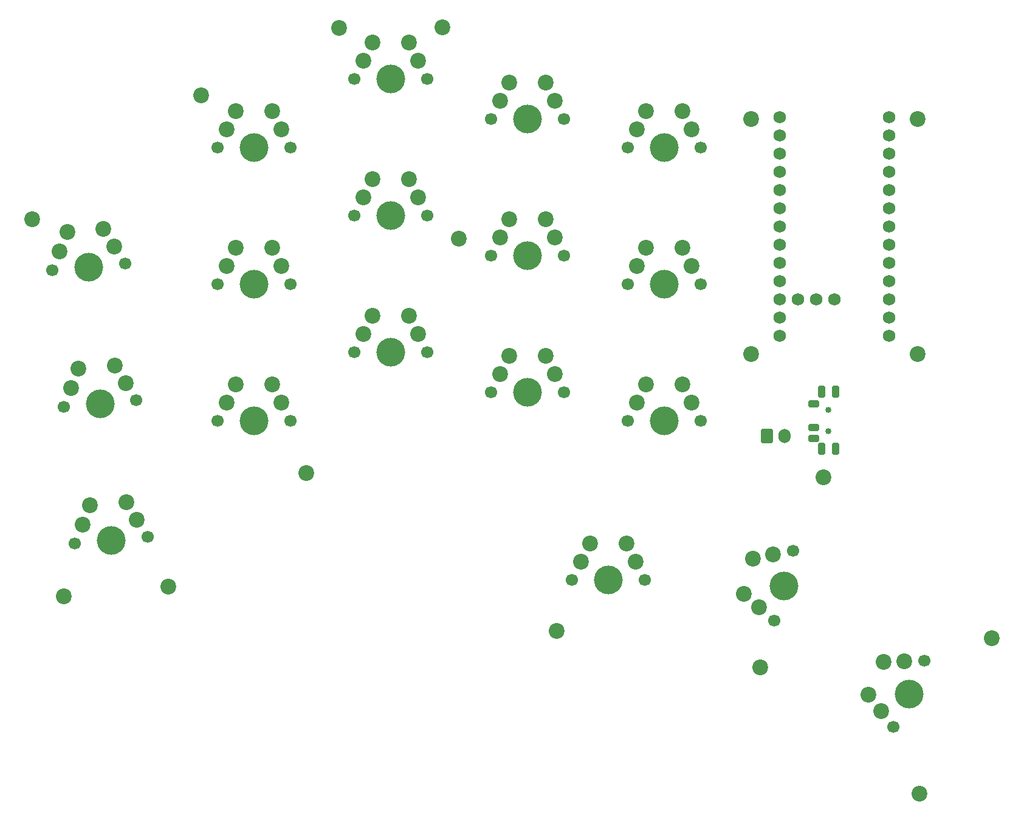
<source format=gbr>
%TF.GenerationSoftware,KiCad,Pcbnew,(6.0.4)*%
%TF.CreationDate,2022-05-25T19:26:06+02:00*%
%TF.ProjectId,Diom-35SP_PCB-rounded,44696f6d-2d33-4355-9350-5f5043422d72,rev?*%
%TF.SameCoordinates,Original*%
%TF.FileFunction,Soldermask,Bot*%
%TF.FilePolarity,Negative*%
%FSLAX46Y46*%
G04 Gerber Fmt 4.6, Leading zero omitted, Abs format (unit mm)*
G04 Created by KiCad (PCBNEW (6.0.4)) date 2022-05-25 19:26:06*
%MOMM*%
%LPD*%
G01*
G04 APERTURE LIST*
G04 Aperture macros list*
%AMRoundRect*
0 Rectangle with rounded corners*
0 $1 Rounding radius*
0 $2 $3 $4 $5 $6 $7 $8 $9 X,Y pos of 4 corners*
0 Add a 4 corners polygon primitive as box body*
4,1,4,$2,$3,$4,$5,$6,$7,$8,$9,$2,$3,0*
0 Add four circle primitives for the rounded corners*
1,1,$1+$1,$2,$3*
1,1,$1+$1,$4,$5*
1,1,$1+$1,$6,$7*
1,1,$1+$1,$8,$9*
0 Add four rect primitives between the rounded corners*
20,1,$1+$1,$2,$3,$4,$5,0*
20,1,$1+$1,$4,$5,$6,$7,0*
20,1,$1+$1,$6,$7,$8,$9,0*
20,1,$1+$1,$8,$9,$2,$3,0*%
G04 Aperture macros list end*
%ADD10C,1.700000*%
%ADD11C,4.000000*%
%ADD12C,2.200000*%
%ADD13RoundRect,0.250000X-0.600000X-0.750000X0.600000X-0.750000X0.600000X0.750000X-0.600000X0.750000X0*%
%ADD14O,1.700000X2.000000*%
%ADD15C,1.752600*%
%ADD16C,0.850000*%
%ADD17RoundRect,0.250000X-0.500000X0.250000X-0.500000X-0.250000X0.500000X-0.250000X0.500000X0.250000X0*%
%ADD18RoundRect,0.250000X-0.250000X0.600000X-0.250000X-0.600000X0.250000X-0.600000X0.250000X0.600000X0*%
G04 APERTURE END LIST*
D10*
%TO.C,MX2*%
X101282500Y-50800000D03*
D11*
X106362500Y-50800000D03*
D10*
X111442500Y-50800000D03*
D12*
X108902500Y-45720000D03*
X103822500Y-45720000D03*
X102552500Y-48260000D03*
X110172500Y-48260000D03*
%TD*%
D10*
%TO.C,MX16*%
X160813750Y-111125000D03*
X150653750Y-111125000D03*
D11*
X155733750Y-111125000D03*
D12*
X158273750Y-106045000D03*
X153193750Y-106045000D03*
X151923750Y-108585000D03*
X159543750Y-108585000D03*
%TD*%
D10*
%TO.C,MX7*%
X101282500Y-69850000D03*
D11*
X106362500Y-69850000D03*
D10*
X111442500Y-69850000D03*
D12*
X108902500Y-64770000D03*
X103822500Y-64770000D03*
X110172500Y-67310000D03*
X102552500Y-67310000D03*
%TD*%
%TO.C,H8*%
X175641000Y-79629000D03*
%TD*%
D10*
%TO.C,MX14*%
X149542500Y-84931250D03*
D11*
X144462500Y-84931250D03*
D10*
X139382500Y-84931250D03*
D12*
X147002500Y-79851250D03*
X141922500Y-79851250D03*
X148272500Y-82391250D03*
X140652500Y-82391250D03*
%TD*%
D10*
%TO.C,MX1*%
X78283081Y-67911501D03*
D11*
X83343750Y-67468750D03*
D10*
X88404419Y-67025999D03*
D12*
X80370664Y-62629457D03*
X85431333Y-62186705D03*
X79326873Y-65270479D03*
X86917876Y-64606352D03*
%TD*%
D13*
%TO.C,J1*%
X177820000Y-91051500D03*
D14*
X180320000Y-91051500D03*
%TD*%
D12*
%TO.C,H12*%
X176911000Y-123317000D03*
%TD*%
%TO.C,H13*%
X134937500Y-63500000D03*
%TD*%
%TO.C,H11*%
X185737500Y-96837500D03*
%TD*%
D11*
%TO.C,MX6*%
X84931250Y-86518750D03*
D10*
X89991919Y-86075999D03*
X79870581Y-86961501D03*
D12*
X81958164Y-81679457D03*
X87018833Y-81236705D03*
X80914373Y-84320479D03*
X88505376Y-83656352D03*
%TD*%
%TO.C,H2*%
X79900000Y-113400000D03*
%TD*%
%TO.C,H6*%
X113700000Y-96200000D03*
%TD*%
D10*
%TO.C,MX5*%
X168592500Y-50800000D03*
X158432500Y-50800000D03*
D11*
X163512500Y-50800000D03*
D12*
X160972500Y-45720000D03*
X166052500Y-45720000D03*
X159702500Y-48260000D03*
X167322500Y-48260000D03*
%TD*%
%TO.C,H9*%
X198882000Y-46863000D03*
%TD*%
D10*
%TO.C,MX9*%
X149542500Y-65881250D03*
D11*
X144462500Y-65881250D03*
D10*
X139382500Y-65881250D03*
D12*
X141922500Y-60801250D03*
X147002500Y-60801250D03*
X148272500Y-63341250D03*
X140652500Y-63341250D03*
%TD*%
D10*
%TO.C,MX17*%
X181496051Y-107011847D03*
X178866449Y-116825653D03*
D11*
X180181250Y-111918750D03*
X180181250Y-111918750D03*
D12*
X175931747Y-108150498D03*
X174616946Y-113057401D03*
X178713899Y-107581172D03*
X176741698Y-114941527D03*
%TD*%
D11*
%TO.C,MX3*%
X125412500Y-41275000D03*
D10*
X130492500Y-41275000D03*
X120332500Y-41275000D03*
D12*
X122872500Y-36195000D03*
X127952500Y-36195000D03*
X121602500Y-38735000D03*
X129222500Y-38735000D03*
%TD*%
%TO.C,H7*%
X175641000Y-46863000D03*
%TD*%
D10*
%TO.C,MX13*%
X130492500Y-79375000D03*
D11*
X125412500Y-79375000D03*
D10*
X120332500Y-79375000D03*
D12*
X122872500Y-74295000D03*
X127952500Y-74295000D03*
X129222500Y-76835000D03*
X121602500Y-76835000D03*
%TD*%
%TO.C,H1*%
X75500000Y-60800000D03*
%TD*%
%TO.C,H4*%
X199100000Y-140900000D03*
%TD*%
D15*
%TO.C,U1*%
X179627831Y-49135500D03*
X179627831Y-51675500D03*
X179627831Y-54215500D03*
X179627831Y-56755500D03*
X179627831Y-59295500D03*
X179627831Y-61835500D03*
X179627831Y-64375500D03*
X179627831Y-66915500D03*
X179627831Y-69455500D03*
X179627831Y-71995500D03*
X179627831Y-74535500D03*
X179627831Y-77075500D03*
X194867831Y-77075500D03*
X194867831Y-74535500D03*
X194867831Y-71995500D03*
X194867831Y-69455500D03*
X194867831Y-66915500D03*
X194867831Y-64375500D03*
X194867831Y-61835500D03*
X194867831Y-59295500D03*
X194867831Y-56755500D03*
X194867831Y-54215500D03*
X194867831Y-51675500D03*
X194867831Y-49135500D03*
X179627831Y-46595500D03*
X182167831Y-71995500D03*
X184707831Y-71995500D03*
X187247831Y-71995500D03*
X194867831Y-46595500D03*
%TD*%
D12*
%TO.C,H18*%
X99060000Y-43561000D03*
%TD*%
D10*
%TO.C,MX15*%
X168592500Y-88900000D03*
X158432500Y-88900000D03*
D11*
X163512500Y-88900000D03*
D12*
X166052500Y-83820000D03*
X160972500Y-83820000D03*
X159702500Y-86360000D03*
X167322500Y-86360000D03*
%TD*%
D10*
%TO.C,MX12*%
X111442500Y-88900000D03*
X101282500Y-88900000D03*
D11*
X106362500Y-88900000D03*
D12*
X108902500Y-83820000D03*
X103822500Y-83820000D03*
X110172500Y-86360000D03*
X102552500Y-86360000D03*
%TD*%
%TO.C,H3*%
X209200000Y-119200000D03*
%TD*%
%TO.C,H14*%
X148590000Y-118237000D03*
%TD*%
D10*
%TO.C,MX18*%
X199790651Y-122395956D03*
X195496849Y-131604044D03*
D11*
X197643750Y-127000000D03*
X197643750Y-127000000D03*
D12*
X194113157Y-122551077D03*
X191966256Y-127155121D03*
X196951904Y-122473517D03*
X193731553Y-129379582D03*
%TD*%
D10*
%TO.C,MX4*%
X149542500Y-46831250D03*
X139382500Y-46831250D03*
D11*
X144462500Y-46831250D03*
D12*
X147002500Y-41751250D03*
X141922500Y-41751250D03*
X148272500Y-44291250D03*
X140652500Y-44291250D03*
%TD*%
%TO.C,H10*%
X198882000Y-79629000D03*
%TD*%
D10*
%TO.C,MX10*%
X168592500Y-69850000D03*
X158432500Y-69850000D03*
D11*
X163512500Y-69850000D03*
D12*
X160972500Y-64770000D03*
X166052500Y-64770000D03*
X159702500Y-67310000D03*
X167322500Y-67310000D03*
%TD*%
D10*
%TO.C,MX8*%
X120332500Y-60325000D03*
D11*
X125412500Y-60325000D03*
D10*
X130492500Y-60325000D03*
D12*
X122872500Y-55245000D03*
X127952500Y-55245000D03*
X129222500Y-57785000D03*
X121602500Y-57785000D03*
%TD*%
%TO.C,H19*%
X94488000Y-112014000D03*
%TD*%
D10*
%TO.C,MX11*%
X81458081Y-106011501D03*
D11*
X86518750Y-105568750D03*
D10*
X91579419Y-105125999D03*
D12*
X83545664Y-100729457D03*
X88606333Y-100286705D03*
X90092876Y-102706352D03*
X82501873Y-103370479D03*
%TD*%
%TO.C,H15*%
X118237000Y-34163000D03*
%TD*%
%TO.C,H5*%
X132600000Y-34100000D03*
%TD*%
D16*
%TO.C,SW1*%
X186436000Y-90400000D03*
X186436000Y-87400000D03*
D17*
X184336000Y-86600000D03*
X184336000Y-89900000D03*
X184336000Y-91350000D03*
D18*
X185436000Y-92800000D03*
X185436000Y-84900000D03*
X187436000Y-92800000D03*
X187436000Y-84900000D03*
%TD*%
M02*

</source>
